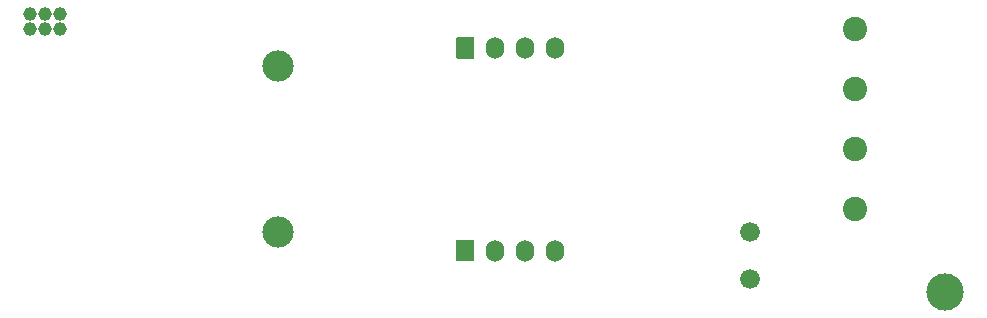
<source format=gbs>
%TF.GenerationSoftware,KiCad,Pcbnew,(5.1.8)-1*%
%TF.CreationDate,2022-04-07T10:59:09+02:00*%
%TF.ProjectId,Hardware,48617264-7761-4726-952e-6b696361645f,rev?*%
%TF.SameCoordinates,Original*%
%TF.FileFunction,Soldermask,Bot*%
%TF.FilePolarity,Negative*%
%FSLAX46Y46*%
G04 Gerber Fmt 4.6, Leading zero omitted, Abs format (unit mm)*
G04 Created by KiCad (PCBNEW (5.1.8)-1) date 2022-04-07 10:59:09*
%MOMM*%
%LPD*%
G01*
G04 APERTURE LIST*
%ADD10C,1.152400*%
%ADD11C,1.676400*%
%ADD12C,2.057400*%
%ADD13O,1.552400X1.852400*%
%ADD14C,2.652400*%
%ADD15C,3.152400*%
G04 APERTURE END LIST*
D10*
%TO.C,J1*%
X29210000Y-99695000D03*
X29210000Y-98425000D03*
X30480000Y-99695000D03*
X30480000Y-98425000D03*
X31750000Y-99695000D03*
X31750000Y-98425000D03*
%TD*%
D11*
%TO.C,BZ1*%
X90170000Y-120840000D03*
X90170000Y-116840000D03*
%TD*%
D12*
%TO.C,J10*%
X99060000Y-114935000D03*
X99060000Y-109855000D03*
X99060000Y-104775000D03*
X99060000Y-99695000D03*
%TD*%
D13*
%TO.C,J3*%
X73660000Y-101282500D03*
X71120000Y-101282500D03*
X68580000Y-101282500D03*
G36*
G01*
X66740000Y-102208700D02*
X65340000Y-102208700D01*
G75*
G02*
X65263800Y-102132500I0J76200D01*
G01*
X65263800Y-100432500D01*
G75*
G02*
X65340000Y-100356300I76200J0D01*
G01*
X66740000Y-100356300D01*
G75*
G02*
X66816200Y-100432500I0J-76200D01*
G01*
X66816200Y-102132500D01*
G75*
G02*
X66740000Y-102208700I-76200J0D01*
G01*
G37*
%TD*%
%TO.C,J2*%
X73660000Y-118427500D03*
X71120000Y-118427500D03*
X68580000Y-118427500D03*
G36*
G01*
X66740000Y-119353700D02*
X65340000Y-119353700D01*
G75*
G02*
X65263800Y-119277500I0J76200D01*
G01*
X65263800Y-117577500D01*
G75*
G02*
X65340000Y-117501300I76200J0D01*
G01*
X66740000Y-117501300D01*
G75*
G02*
X66816200Y-117577500I0J-76200D01*
G01*
X66816200Y-119277500D01*
G75*
G02*
X66740000Y-119353700I-76200J0D01*
G01*
G37*
%TD*%
D14*
%TO.C,LED1*%
X50165000Y-116840000D03*
X50165000Y-102840000D03*
%TD*%
D15*
%TO.C,H1*%
X106680000Y-121920000D03*
%TD*%
M02*

</source>
